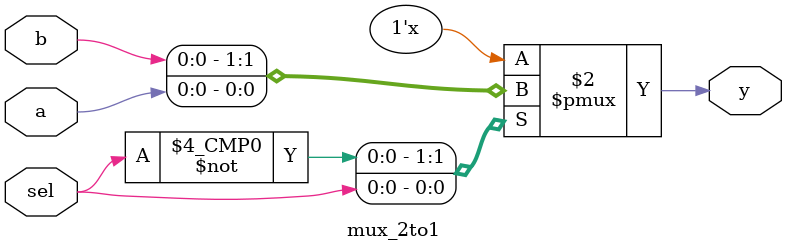
<source format=v>
`timescale 1ns / 1ps


module mux_2to1(
    input a,
    input b,
    input sel,
    output reg y
    );
    always @ (a,b,sel)
        case(sel)
        1'b0:y=b;
        1'b1:y=a;
        endcase
endmodule

</source>
